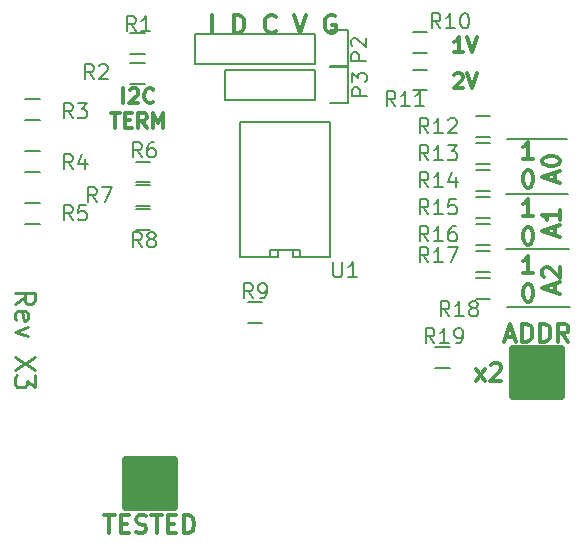
<source format=gto>
G04 #@! TF.FileFunction,Legend,Top*
%FSLAX46Y46*%
G04 Gerber Fmt 4.6, Leading zero omitted, Abs format (unit mm)*
G04 Created by KiCad (PCBNEW (after 2015-mar-04 BZR unknown)-product) date 7/17/2015 7:44:50 PM*
%MOMM*%
G01*
G04 APERTURE LIST*
%ADD10C,0.150000*%
%ADD11C,0.300000*%
%ADD12C,0.200000*%
%ADD13C,0.222250*%
%ADD14C,0.650000*%
%ADD15C,0.304800*%
G04 APERTURE END LIST*
D10*
D11*
X135544858Y-99738571D02*
X136330572Y-98738571D01*
X135544858Y-98738571D02*
X136330572Y-99738571D01*
X136830572Y-98381429D02*
X136902001Y-98310000D01*
X137044858Y-98238571D01*
X137402001Y-98238571D01*
X137544858Y-98310000D01*
X137616287Y-98381429D01*
X137687715Y-98524286D01*
X137687715Y-98667143D01*
X137616287Y-98881429D01*
X136759144Y-99738571D01*
X137687715Y-99738571D01*
D12*
X138176000Y-93472000D02*
X143510000Y-93472000D01*
D11*
X105694238Y-76243524D02*
X105694238Y-74973524D01*
X106238524Y-75094476D02*
X106299000Y-75034000D01*
X106419952Y-74973524D01*
X106722333Y-74973524D01*
X106843286Y-75034000D01*
X106903762Y-75094476D01*
X106964238Y-75215429D01*
X106964238Y-75336381D01*
X106903762Y-75517810D01*
X106178048Y-76243524D01*
X106964238Y-76243524D01*
X108234238Y-76122571D02*
X108173762Y-76183048D01*
X107992333Y-76243524D01*
X107871381Y-76243524D01*
X107689953Y-76183048D01*
X107569000Y-76062095D01*
X107508524Y-75941143D01*
X107448048Y-75699238D01*
X107448048Y-75517810D01*
X107508524Y-75275905D01*
X107569000Y-75154952D01*
X107689953Y-75034000D01*
X107871381Y-74973524D01*
X107992333Y-74973524D01*
X108173762Y-75034000D01*
X108234238Y-75094476D01*
X104635904Y-77051524D02*
X105361619Y-77051524D01*
X104998762Y-78321524D02*
X104998762Y-77051524D01*
X105784952Y-77656286D02*
X106208285Y-77656286D01*
X106389714Y-78321524D02*
X105784952Y-78321524D01*
X105784952Y-77051524D01*
X106389714Y-77051524D01*
X107659714Y-78321524D02*
X107236381Y-77716762D01*
X106934000Y-78321524D02*
X106934000Y-77051524D01*
X107417809Y-77051524D01*
X107538762Y-77112000D01*
X107599238Y-77172476D01*
X107659714Y-77293429D01*
X107659714Y-77474857D01*
X107599238Y-77595810D01*
X107538762Y-77656286D01*
X107417809Y-77716762D01*
X106934000Y-77716762D01*
X108204000Y-78321524D02*
X108204000Y-77051524D01*
X108627333Y-77958667D01*
X109050667Y-77051524D01*
X109050667Y-78321524D01*
X134438572Y-71948524D02*
X133712858Y-71948524D01*
X134075715Y-71948524D02*
X134075715Y-70678524D01*
X133954763Y-70859952D01*
X133833810Y-70980905D01*
X133712858Y-71041381D01*
X134801429Y-70678524D02*
X135224763Y-71948524D01*
X135648096Y-70678524D01*
X133712858Y-73847476D02*
X133773334Y-73787000D01*
X133894286Y-73726524D01*
X134196667Y-73726524D01*
X134317620Y-73787000D01*
X134378096Y-73847476D01*
X134438572Y-73968429D01*
X134438572Y-74089381D01*
X134378096Y-74270810D01*
X133652382Y-74996524D01*
X134438572Y-74996524D01*
X134801429Y-73726524D02*
X135224763Y-74996524D01*
X135648096Y-73726524D01*
D12*
X138176000Y-79248000D02*
X143256000Y-79248000D01*
D11*
X140382572Y-81012571D02*
X139525429Y-81012571D01*
X139954001Y-81012571D02*
X139954001Y-79512571D01*
X139811144Y-79726857D01*
X139668286Y-79869714D01*
X139525429Y-79941143D01*
X139882572Y-81912571D02*
X140025429Y-81912571D01*
X140168286Y-81984000D01*
X140239715Y-82055429D01*
X140311144Y-82198286D01*
X140382572Y-82484000D01*
X140382572Y-82841143D01*
X140311144Y-83126857D01*
X140239715Y-83269714D01*
X140168286Y-83341143D01*
X140025429Y-83412571D01*
X139882572Y-83412571D01*
X139739715Y-83341143D01*
X139668286Y-83269714D01*
X139596858Y-83126857D01*
X139525429Y-82841143D01*
X139525429Y-82484000D01*
X139596858Y-82198286D01*
X139668286Y-82055429D01*
X139739715Y-81984000D01*
X139882572Y-81912571D01*
D12*
X138054000Y-88570000D02*
X143454000Y-88570000D01*
X138054000Y-83970000D02*
X143354000Y-83970000D01*
D11*
X142236000Y-92257428D02*
X142236000Y-91543142D01*
X142664571Y-92400285D02*
X141164571Y-91900285D01*
X142664571Y-91400285D01*
X141307429Y-90971714D02*
X141236000Y-90900285D01*
X141164571Y-90757428D01*
X141164571Y-90400285D01*
X141236000Y-90257428D01*
X141307429Y-90185999D01*
X141450286Y-90114571D01*
X141593143Y-90114571D01*
X141807429Y-90185999D01*
X142664571Y-91043142D01*
X142664571Y-90114571D01*
X142236000Y-87431428D02*
X142236000Y-86717142D01*
X142664571Y-87574285D02*
X141164571Y-87074285D01*
X142664571Y-86574285D01*
X142664571Y-85288571D02*
X142664571Y-86145714D01*
X142664571Y-85717142D02*
X141164571Y-85717142D01*
X141378857Y-85859999D01*
X141521714Y-86002857D01*
X141593143Y-86145714D01*
X142236000Y-82859428D02*
X142236000Y-82145142D01*
X142664571Y-83002285D02*
X141164571Y-82502285D01*
X142664571Y-82002285D01*
X141164571Y-81216571D02*
X141164571Y-81073714D01*
X141236000Y-80930857D01*
X141307429Y-80859428D01*
X141450286Y-80787999D01*
X141736000Y-80716571D01*
X142093143Y-80716571D01*
X142378857Y-80787999D01*
X142521714Y-80859428D01*
X142593143Y-80930857D01*
X142664571Y-81073714D01*
X142664571Y-81216571D01*
X142593143Y-81359428D01*
X142521714Y-81430857D01*
X142378857Y-81502285D01*
X142093143Y-81573714D01*
X141736000Y-81573714D01*
X141450286Y-81502285D01*
X141307429Y-81430857D01*
X141236000Y-81359428D01*
X141164571Y-81216571D01*
X140382572Y-90664571D02*
X139525429Y-90664571D01*
X139954001Y-90664571D02*
X139954001Y-89164571D01*
X139811144Y-89378857D01*
X139668286Y-89521714D01*
X139525429Y-89593143D01*
X139882572Y-91564571D02*
X140025429Y-91564571D01*
X140168286Y-91636000D01*
X140239715Y-91707429D01*
X140311144Y-91850286D01*
X140382572Y-92136000D01*
X140382572Y-92493143D01*
X140311144Y-92778857D01*
X140239715Y-92921714D01*
X140168286Y-92993143D01*
X140025429Y-93064571D01*
X139882572Y-93064571D01*
X139739715Y-92993143D01*
X139668286Y-92921714D01*
X139596858Y-92778857D01*
X139525429Y-92493143D01*
X139525429Y-92136000D01*
X139596858Y-91850286D01*
X139668286Y-91707429D01*
X139739715Y-91636000D01*
X139882572Y-91564571D01*
X140382572Y-85838571D02*
X139525429Y-85838571D01*
X139954001Y-85838571D02*
X139954001Y-84338571D01*
X139811144Y-84552857D01*
X139668286Y-84695714D01*
X139525429Y-84767143D01*
X139882572Y-86738571D02*
X140025429Y-86738571D01*
X140168286Y-86810000D01*
X140239715Y-86881429D01*
X140311144Y-87024286D01*
X140382572Y-87310000D01*
X140382572Y-87667143D01*
X140311144Y-87952857D01*
X140239715Y-88095714D01*
X140168286Y-88167143D01*
X140025429Y-88238571D01*
X139882572Y-88238571D01*
X139739715Y-88167143D01*
X139668286Y-88095714D01*
X139596858Y-87952857D01*
X139525429Y-87667143D01*
X139525429Y-87310000D01*
X139596858Y-87024286D01*
X139668286Y-86881429D01*
X139739715Y-86810000D01*
X139882572Y-86738571D01*
X113221429Y-70278571D02*
X113221429Y-68778571D01*
X115078572Y-70278571D02*
X115078572Y-68778571D01*
X115435715Y-68778571D01*
X115650000Y-68850000D01*
X115792858Y-68992857D01*
X115864286Y-69135714D01*
X115935715Y-69421429D01*
X115935715Y-69635714D01*
X115864286Y-69921429D01*
X115792858Y-70064286D01*
X115650000Y-70207143D01*
X115435715Y-70278571D01*
X115078572Y-70278571D01*
X118578572Y-70135714D02*
X118507143Y-70207143D01*
X118292857Y-70278571D01*
X118150000Y-70278571D01*
X117935715Y-70207143D01*
X117792857Y-70064286D01*
X117721429Y-69921429D01*
X117650000Y-69635714D01*
X117650000Y-69421429D01*
X117721429Y-69135714D01*
X117792857Y-68992857D01*
X117935715Y-68850000D01*
X118150000Y-68778571D01*
X118292857Y-68778571D01*
X118507143Y-68850000D01*
X118578572Y-68921429D01*
X120150000Y-68778571D02*
X120650000Y-70278571D01*
X121150000Y-68778571D01*
X123578571Y-68850000D02*
X123435714Y-68778571D01*
X123221428Y-68778571D01*
X123007143Y-68850000D01*
X122864285Y-68992857D01*
X122792857Y-69135714D01*
X122721428Y-69421429D01*
X122721428Y-69635714D01*
X122792857Y-69921429D01*
X122864285Y-70064286D01*
X123007143Y-70207143D01*
X123221428Y-70278571D01*
X123364285Y-70278571D01*
X123578571Y-70207143D01*
X123650000Y-70135714D01*
X123650000Y-69635714D01*
X123364285Y-69635714D01*
D13*
X96535119Y-93239167D02*
X97321310Y-92688833D01*
X96535119Y-92295738D02*
X98186119Y-92295738D01*
X98186119Y-92924691D01*
X98107500Y-93081929D01*
X98028881Y-93160548D01*
X97871643Y-93239167D01*
X97635786Y-93239167D01*
X97478548Y-93160548D01*
X97399929Y-93081929D01*
X97321310Y-92924691D01*
X97321310Y-92295738D01*
X96613738Y-94575691D02*
X96535119Y-94418453D01*
X96535119Y-94103976D01*
X96613738Y-93946738D01*
X96770976Y-93868119D01*
X97399929Y-93868119D01*
X97557167Y-93946738D01*
X97635786Y-94103976D01*
X97635786Y-94418453D01*
X97557167Y-94575691D01*
X97399929Y-94654310D01*
X97242690Y-94654310D01*
X97085452Y-93868119D01*
X97635786Y-95204643D02*
X96535119Y-95597738D01*
X97635786Y-95990834D01*
X98186119Y-97720453D02*
X96535119Y-98821120D01*
X98186119Y-98821120D02*
X96535119Y-97720453D01*
X98186119Y-99292834D02*
X98186119Y-100314882D01*
X97557167Y-99764548D01*
X97557167Y-100000406D01*
X97478548Y-100157644D01*
X97399929Y-100236263D01*
X97242690Y-100314882D01*
X96849595Y-100314882D01*
X96692357Y-100236263D01*
X96613738Y-100157644D01*
X96535119Y-100000406D01*
X96535119Y-99528691D01*
X96613738Y-99371453D01*
X96692357Y-99292834D01*
D10*
X130210000Y-70245000D02*
X131410000Y-70245000D01*
X131410000Y-71995000D02*
X130210000Y-71995000D01*
X130210000Y-73420000D02*
X131410000Y-73420000D01*
X131410000Y-75170000D02*
X130210000Y-75170000D01*
X123190000Y-70078000D02*
X124740000Y-70078000D01*
X124740000Y-70078000D02*
X124740000Y-73178000D01*
X124740000Y-73178000D02*
X123190000Y-73178000D01*
X121920000Y-72898000D02*
X111760000Y-72898000D01*
X111760000Y-72898000D02*
X111760000Y-70358000D01*
X111760000Y-70358000D02*
X121920000Y-70358000D01*
X121920000Y-72898000D02*
X121920000Y-70358000D01*
X135544000Y-77357000D02*
X136744000Y-77357000D01*
X136744000Y-79107000D02*
X135544000Y-79107000D01*
X135544000Y-79643000D02*
X136744000Y-79643000D01*
X136744000Y-81393000D02*
X135544000Y-81393000D01*
X135544000Y-84215000D02*
X136744000Y-84215000D01*
X136744000Y-85965000D02*
X135544000Y-85965000D01*
X135544000Y-88787000D02*
X136744000Y-88787000D01*
X136744000Y-90537000D02*
X135544000Y-90537000D01*
X107484000Y-72055000D02*
X106284000Y-72055000D01*
X106284000Y-70305000D02*
X107484000Y-70305000D01*
X107484000Y-74595000D02*
X106284000Y-74595000D01*
X106284000Y-72845000D02*
X107484000Y-72845000D01*
X97400000Y-84725000D02*
X98600000Y-84725000D01*
X98600000Y-86475000D02*
X97400000Y-86475000D01*
X97400000Y-80325000D02*
X98600000Y-80325000D01*
X98600000Y-82075000D02*
X97400000Y-82075000D01*
X97400000Y-75925000D02*
X98600000Y-75925000D01*
X98600000Y-77675000D02*
X97400000Y-77675000D01*
X107940000Y-82945000D02*
X106740000Y-82945000D01*
X106740000Y-81195000D02*
X107940000Y-81195000D01*
X107940000Y-84945000D02*
X106740000Y-84945000D01*
X106740000Y-83195000D02*
X107940000Y-83195000D01*
X107940000Y-86945000D02*
X106740000Y-86945000D01*
X106740000Y-85195000D02*
X107940000Y-85195000D01*
X117440000Y-94855000D02*
X116240000Y-94855000D01*
X116240000Y-93105000D02*
X117440000Y-93105000D01*
X132115000Y-96915000D02*
X133315000Y-96915000D01*
X133315000Y-98665000D02*
X132115000Y-98665000D01*
X136744000Y-83679000D02*
X135544000Y-83679000D01*
X135544000Y-81929000D02*
X136744000Y-81929000D01*
X136744000Y-88251000D02*
X135544000Y-88251000D01*
X135544000Y-86501000D02*
X136744000Y-86501000D01*
X136744000Y-92823000D02*
X135544000Y-92823000D01*
X135544000Y-91073000D02*
X136744000Y-91073000D01*
X120650000Y-89281000D02*
X120015000Y-89281000D01*
X120015000Y-89281000D02*
X120015000Y-88646000D01*
X120015000Y-88646000D02*
X118745000Y-88646000D01*
X118745000Y-88646000D02*
X118745000Y-89281000D01*
X118745000Y-89281000D02*
X118110000Y-89281000D01*
X115570000Y-89281000D02*
X115570000Y-77851000D01*
X115570000Y-77851000D02*
X123190000Y-77851000D01*
X123190000Y-77851000D02*
X123190000Y-89281000D01*
X123190000Y-89281000D02*
X120650000Y-89281000D01*
X120650000Y-89281000D02*
X120650000Y-88646000D01*
X120650000Y-88646000D02*
X118110000Y-88646000D01*
X118110000Y-88646000D02*
X118110000Y-89281000D01*
X118110000Y-89281000D02*
X115570000Y-89281000D01*
X121920000Y-73406000D02*
X114300000Y-73406000D01*
X121920000Y-75946000D02*
X114300000Y-75946000D01*
X124740000Y-76226000D02*
X123190000Y-76226000D01*
X114300000Y-73406000D02*
X114300000Y-75946000D01*
X121920000Y-75946000D02*
X121920000Y-73406000D01*
X123190000Y-73126000D02*
X124740000Y-73126000D01*
X124740000Y-73126000D02*
X124740000Y-76226000D01*
D14*
X105950000Y-110458000D02*
X109950000Y-110458000D01*
X109950000Y-110458000D02*
X109950000Y-106458000D01*
X109950000Y-106458000D02*
X105950000Y-106458000D01*
X105950000Y-106458000D02*
X105950000Y-110458000D01*
X105950000Y-110458000D02*
X105950000Y-109958000D01*
X105950000Y-109958000D02*
X109950000Y-109958000D01*
X109950000Y-109958000D02*
X109950000Y-109458000D01*
X109950000Y-109458000D02*
X105950000Y-109458000D01*
X105950000Y-109458000D02*
X105950000Y-108958000D01*
X105950000Y-108958000D02*
X109950000Y-108958000D01*
X109950000Y-108958000D02*
X109950000Y-108458000D01*
X109950000Y-108458000D02*
X105950000Y-108458000D01*
X105950000Y-108458000D02*
X105950000Y-107958000D01*
X105950000Y-107958000D02*
X109450000Y-107958000D01*
X109450000Y-107958000D02*
X109950000Y-107958000D01*
X109950000Y-107958000D02*
X109950000Y-107458000D01*
X109950000Y-107458000D02*
X105950000Y-107458000D01*
X105950000Y-107458000D02*
X105950000Y-106958000D01*
X105950000Y-106958000D02*
X109950000Y-106958000D01*
X138716000Y-101060000D02*
X142716000Y-101060000D01*
X142716000Y-101060000D02*
X142716000Y-97060000D01*
X142716000Y-97060000D02*
X138716000Y-97060000D01*
X138716000Y-97060000D02*
X138716000Y-101060000D01*
X138716000Y-101060000D02*
X138716000Y-100560000D01*
X138716000Y-100560000D02*
X142716000Y-100560000D01*
X142716000Y-100560000D02*
X142716000Y-100060000D01*
X142716000Y-100060000D02*
X138716000Y-100060000D01*
X138716000Y-100060000D02*
X138716000Y-99560000D01*
X138716000Y-99560000D02*
X142716000Y-99560000D01*
X142716000Y-99560000D02*
X142716000Y-99060000D01*
X142716000Y-99060000D02*
X138716000Y-99060000D01*
X138716000Y-99060000D02*
X138716000Y-98560000D01*
X138716000Y-98560000D02*
X142216000Y-98560000D01*
X142216000Y-98560000D02*
X142716000Y-98560000D01*
X142716000Y-98560000D02*
X142716000Y-98060000D01*
X142716000Y-98060000D02*
X138716000Y-98060000D01*
X138716000Y-98060000D02*
X138716000Y-97560000D01*
X138716000Y-97560000D02*
X142716000Y-97560000D01*
D10*
X132533571Y-69916524D02*
X132110238Y-69311762D01*
X131807857Y-69916524D02*
X131807857Y-68646524D01*
X132291666Y-68646524D01*
X132412619Y-68707000D01*
X132473095Y-68767476D01*
X132533571Y-68888429D01*
X132533571Y-69069857D01*
X132473095Y-69190810D01*
X132412619Y-69251286D01*
X132291666Y-69311762D01*
X131807857Y-69311762D01*
X133743095Y-69916524D02*
X133017381Y-69916524D01*
X133380238Y-69916524D02*
X133380238Y-68646524D01*
X133259286Y-68827952D01*
X133138333Y-68948905D01*
X133017381Y-69009381D01*
X134529286Y-68646524D02*
X134650238Y-68646524D01*
X134771190Y-68707000D01*
X134831667Y-68767476D01*
X134892143Y-68888429D01*
X134952619Y-69130333D01*
X134952619Y-69432714D01*
X134892143Y-69674619D01*
X134831667Y-69795571D01*
X134771190Y-69856048D01*
X134650238Y-69916524D01*
X134529286Y-69916524D01*
X134408333Y-69856048D01*
X134347857Y-69795571D01*
X134287381Y-69674619D01*
X134226905Y-69432714D01*
X134226905Y-69130333D01*
X134287381Y-68888429D01*
X134347857Y-68767476D01*
X134408333Y-68707000D01*
X134529286Y-68646524D01*
X128723571Y-76520524D02*
X128300238Y-75915762D01*
X127997857Y-76520524D02*
X127997857Y-75250524D01*
X128481666Y-75250524D01*
X128602619Y-75311000D01*
X128663095Y-75371476D01*
X128723571Y-75492429D01*
X128723571Y-75673857D01*
X128663095Y-75794810D01*
X128602619Y-75855286D01*
X128481666Y-75915762D01*
X127997857Y-75915762D01*
X129933095Y-76520524D02*
X129207381Y-76520524D01*
X129570238Y-76520524D02*
X129570238Y-75250524D01*
X129449286Y-75431952D01*
X129328333Y-75552905D01*
X129207381Y-75613381D01*
X131142619Y-76520524D02*
X130416905Y-76520524D01*
X130779762Y-76520524D02*
X130779762Y-75250524D01*
X130658810Y-75431952D01*
X130537857Y-75552905D01*
X130416905Y-75613381D01*
X126214524Y-72647381D02*
X124944524Y-72647381D01*
X124944524Y-72163572D01*
X125005000Y-72042619D01*
X125065476Y-71982143D01*
X125186429Y-71921667D01*
X125367857Y-71921667D01*
X125488810Y-71982143D01*
X125549286Y-72042619D01*
X125609762Y-72163572D01*
X125609762Y-72647381D01*
X125065476Y-71437857D02*
X125005000Y-71377381D01*
X124944524Y-71256429D01*
X124944524Y-70954048D01*
X125005000Y-70833095D01*
X125065476Y-70772619D01*
X125186429Y-70712143D01*
X125307381Y-70712143D01*
X125488810Y-70772619D01*
X126214524Y-71498333D01*
X126214524Y-70712143D01*
X131517571Y-78806524D02*
X131094238Y-78201762D01*
X130791857Y-78806524D02*
X130791857Y-77536524D01*
X131275666Y-77536524D01*
X131396619Y-77597000D01*
X131457095Y-77657476D01*
X131517571Y-77778429D01*
X131517571Y-77959857D01*
X131457095Y-78080810D01*
X131396619Y-78141286D01*
X131275666Y-78201762D01*
X130791857Y-78201762D01*
X132727095Y-78806524D02*
X132001381Y-78806524D01*
X132364238Y-78806524D02*
X132364238Y-77536524D01*
X132243286Y-77717952D01*
X132122333Y-77838905D01*
X132001381Y-77899381D01*
X133210905Y-77657476D02*
X133271381Y-77597000D01*
X133392333Y-77536524D01*
X133694714Y-77536524D01*
X133815667Y-77597000D01*
X133876143Y-77657476D01*
X133936619Y-77778429D01*
X133936619Y-77899381D01*
X133876143Y-78080810D01*
X133150429Y-78806524D01*
X133936619Y-78806524D01*
X131517571Y-81092524D02*
X131094238Y-80487762D01*
X130791857Y-81092524D02*
X130791857Y-79822524D01*
X131275666Y-79822524D01*
X131396619Y-79883000D01*
X131457095Y-79943476D01*
X131517571Y-80064429D01*
X131517571Y-80245857D01*
X131457095Y-80366810D01*
X131396619Y-80427286D01*
X131275666Y-80487762D01*
X130791857Y-80487762D01*
X132727095Y-81092524D02*
X132001381Y-81092524D01*
X132364238Y-81092524D02*
X132364238Y-79822524D01*
X132243286Y-80003952D01*
X132122333Y-80124905D01*
X132001381Y-80185381D01*
X133150429Y-79822524D02*
X133936619Y-79822524D01*
X133513286Y-80306333D01*
X133694714Y-80306333D01*
X133815667Y-80366810D01*
X133876143Y-80427286D01*
X133936619Y-80548238D01*
X133936619Y-80850619D01*
X133876143Y-80971571D01*
X133815667Y-81032048D01*
X133694714Y-81092524D01*
X133331857Y-81092524D01*
X133210905Y-81032048D01*
X133150429Y-80971571D01*
X131517571Y-85664524D02*
X131094238Y-85059762D01*
X130791857Y-85664524D02*
X130791857Y-84394524D01*
X131275666Y-84394524D01*
X131396619Y-84455000D01*
X131457095Y-84515476D01*
X131517571Y-84636429D01*
X131517571Y-84817857D01*
X131457095Y-84938810D01*
X131396619Y-84999286D01*
X131275666Y-85059762D01*
X130791857Y-85059762D01*
X132727095Y-85664524D02*
X132001381Y-85664524D01*
X132364238Y-85664524D02*
X132364238Y-84394524D01*
X132243286Y-84575952D01*
X132122333Y-84696905D01*
X132001381Y-84757381D01*
X133876143Y-84394524D02*
X133271381Y-84394524D01*
X133210905Y-84999286D01*
X133271381Y-84938810D01*
X133392333Y-84878333D01*
X133694714Y-84878333D01*
X133815667Y-84938810D01*
X133876143Y-84999286D01*
X133936619Y-85120238D01*
X133936619Y-85422619D01*
X133876143Y-85543571D01*
X133815667Y-85604048D01*
X133694714Y-85664524D01*
X133392333Y-85664524D01*
X133271381Y-85604048D01*
X133210905Y-85543571D01*
X131517571Y-89728524D02*
X131094238Y-89123762D01*
X130791857Y-89728524D02*
X130791857Y-88458524D01*
X131275666Y-88458524D01*
X131396619Y-88519000D01*
X131457095Y-88579476D01*
X131517571Y-88700429D01*
X131517571Y-88881857D01*
X131457095Y-89002810D01*
X131396619Y-89063286D01*
X131275666Y-89123762D01*
X130791857Y-89123762D01*
X132727095Y-89728524D02*
X132001381Y-89728524D01*
X132364238Y-89728524D02*
X132364238Y-88458524D01*
X132243286Y-88639952D01*
X132122333Y-88760905D01*
X132001381Y-88821381D01*
X133150429Y-88458524D02*
X133997095Y-88458524D01*
X133452810Y-89728524D01*
X106722333Y-70170524D02*
X106299000Y-69565762D01*
X105996619Y-70170524D02*
X105996619Y-68900524D01*
X106480428Y-68900524D01*
X106601381Y-68961000D01*
X106661857Y-69021476D01*
X106722333Y-69142429D01*
X106722333Y-69323857D01*
X106661857Y-69444810D01*
X106601381Y-69505286D01*
X106480428Y-69565762D01*
X105996619Y-69565762D01*
X107931857Y-70170524D02*
X107206143Y-70170524D01*
X107569000Y-70170524D02*
X107569000Y-68900524D01*
X107448048Y-69081952D01*
X107327095Y-69202905D01*
X107206143Y-69263381D01*
X103166333Y-74234524D02*
X102743000Y-73629762D01*
X102440619Y-74234524D02*
X102440619Y-72964524D01*
X102924428Y-72964524D01*
X103045381Y-73025000D01*
X103105857Y-73085476D01*
X103166333Y-73206429D01*
X103166333Y-73387857D01*
X103105857Y-73508810D01*
X103045381Y-73569286D01*
X102924428Y-73629762D01*
X102440619Y-73629762D01*
X103650143Y-73085476D02*
X103710619Y-73025000D01*
X103831571Y-72964524D01*
X104133952Y-72964524D01*
X104254905Y-73025000D01*
X104315381Y-73085476D01*
X104375857Y-73206429D01*
X104375857Y-73327381D01*
X104315381Y-73508810D01*
X103589667Y-74234524D01*
X104375857Y-74234524D01*
X101388333Y-86172524D02*
X100965000Y-85567762D01*
X100662619Y-86172524D02*
X100662619Y-84902524D01*
X101146428Y-84902524D01*
X101267381Y-84963000D01*
X101327857Y-85023476D01*
X101388333Y-85144429D01*
X101388333Y-85325857D01*
X101327857Y-85446810D01*
X101267381Y-85507286D01*
X101146428Y-85567762D01*
X100662619Y-85567762D01*
X102537381Y-84902524D02*
X101932619Y-84902524D01*
X101872143Y-85507286D01*
X101932619Y-85446810D01*
X102053571Y-85386333D01*
X102355952Y-85386333D01*
X102476905Y-85446810D01*
X102537381Y-85507286D01*
X102597857Y-85628238D01*
X102597857Y-85930619D01*
X102537381Y-86051571D01*
X102476905Y-86112048D01*
X102355952Y-86172524D01*
X102053571Y-86172524D01*
X101932619Y-86112048D01*
X101872143Y-86051571D01*
X101388333Y-81854524D02*
X100965000Y-81249762D01*
X100662619Y-81854524D02*
X100662619Y-80584524D01*
X101146428Y-80584524D01*
X101267381Y-80645000D01*
X101327857Y-80705476D01*
X101388333Y-80826429D01*
X101388333Y-81007857D01*
X101327857Y-81128810D01*
X101267381Y-81189286D01*
X101146428Y-81249762D01*
X100662619Y-81249762D01*
X102476905Y-81007857D02*
X102476905Y-81854524D01*
X102174524Y-80524048D02*
X101872143Y-81431190D01*
X102658333Y-81431190D01*
X101388333Y-77536524D02*
X100965000Y-76931762D01*
X100662619Y-77536524D02*
X100662619Y-76266524D01*
X101146428Y-76266524D01*
X101267381Y-76327000D01*
X101327857Y-76387476D01*
X101388333Y-76508429D01*
X101388333Y-76689857D01*
X101327857Y-76810810D01*
X101267381Y-76871286D01*
X101146428Y-76931762D01*
X100662619Y-76931762D01*
X101811667Y-76266524D02*
X102597857Y-76266524D01*
X102174524Y-76750333D01*
X102355952Y-76750333D01*
X102476905Y-76810810D01*
X102537381Y-76871286D01*
X102597857Y-76992238D01*
X102597857Y-77294619D01*
X102537381Y-77415571D01*
X102476905Y-77476048D01*
X102355952Y-77536524D01*
X101993095Y-77536524D01*
X101872143Y-77476048D01*
X101811667Y-77415571D01*
X107230333Y-80838524D02*
X106807000Y-80233762D01*
X106504619Y-80838524D02*
X106504619Y-79568524D01*
X106988428Y-79568524D01*
X107109381Y-79629000D01*
X107169857Y-79689476D01*
X107230333Y-79810429D01*
X107230333Y-79991857D01*
X107169857Y-80112810D01*
X107109381Y-80173286D01*
X106988428Y-80233762D01*
X106504619Y-80233762D01*
X108318905Y-79568524D02*
X108077000Y-79568524D01*
X107956048Y-79629000D01*
X107895571Y-79689476D01*
X107774619Y-79870905D01*
X107714143Y-80112810D01*
X107714143Y-80596619D01*
X107774619Y-80717571D01*
X107835095Y-80778048D01*
X107956048Y-80838524D01*
X108197952Y-80838524D01*
X108318905Y-80778048D01*
X108379381Y-80717571D01*
X108439857Y-80596619D01*
X108439857Y-80294238D01*
X108379381Y-80173286D01*
X108318905Y-80112810D01*
X108197952Y-80052333D01*
X107956048Y-80052333D01*
X107835095Y-80112810D01*
X107774619Y-80173286D01*
X107714143Y-80294238D01*
X103420333Y-84648524D02*
X102997000Y-84043762D01*
X102694619Y-84648524D02*
X102694619Y-83378524D01*
X103178428Y-83378524D01*
X103299381Y-83439000D01*
X103359857Y-83499476D01*
X103420333Y-83620429D01*
X103420333Y-83801857D01*
X103359857Y-83922810D01*
X103299381Y-83983286D01*
X103178428Y-84043762D01*
X102694619Y-84043762D01*
X103843667Y-83378524D02*
X104690333Y-83378524D01*
X104146048Y-84648524D01*
X107230333Y-88458524D02*
X106807000Y-87853762D01*
X106504619Y-88458524D02*
X106504619Y-87188524D01*
X106988428Y-87188524D01*
X107109381Y-87249000D01*
X107169857Y-87309476D01*
X107230333Y-87430429D01*
X107230333Y-87611857D01*
X107169857Y-87732810D01*
X107109381Y-87793286D01*
X106988428Y-87853762D01*
X106504619Y-87853762D01*
X107956048Y-87732810D02*
X107835095Y-87672333D01*
X107774619Y-87611857D01*
X107714143Y-87490905D01*
X107714143Y-87430429D01*
X107774619Y-87309476D01*
X107835095Y-87249000D01*
X107956048Y-87188524D01*
X108197952Y-87188524D01*
X108318905Y-87249000D01*
X108379381Y-87309476D01*
X108439857Y-87430429D01*
X108439857Y-87490905D01*
X108379381Y-87611857D01*
X108318905Y-87672333D01*
X108197952Y-87732810D01*
X107956048Y-87732810D01*
X107835095Y-87793286D01*
X107774619Y-87853762D01*
X107714143Y-87974714D01*
X107714143Y-88216619D01*
X107774619Y-88337571D01*
X107835095Y-88398048D01*
X107956048Y-88458524D01*
X108197952Y-88458524D01*
X108318905Y-88398048D01*
X108379381Y-88337571D01*
X108439857Y-88216619D01*
X108439857Y-87974714D01*
X108379381Y-87853762D01*
X108318905Y-87793286D01*
X108197952Y-87732810D01*
X116628333Y-92776524D02*
X116205000Y-92171762D01*
X115902619Y-92776524D02*
X115902619Y-91506524D01*
X116386428Y-91506524D01*
X116507381Y-91567000D01*
X116567857Y-91627476D01*
X116628333Y-91748429D01*
X116628333Y-91929857D01*
X116567857Y-92050810D01*
X116507381Y-92111286D01*
X116386428Y-92171762D01*
X115902619Y-92171762D01*
X117233095Y-92776524D02*
X117475000Y-92776524D01*
X117595952Y-92716048D01*
X117656428Y-92655571D01*
X117777381Y-92474143D01*
X117837857Y-92232238D01*
X117837857Y-91748429D01*
X117777381Y-91627476D01*
X117716905Y-91567000D01*
X117595952Y-91506524D01*
X117354048Y-91506524D01*
X117233095Y-91567000D01*
X117172619Y-91627476D01*
X117112143Y-91748429D01*
X117112143Y-92050810D01*
X117172619Y-92171762D01*
X117233095Y-92232238D01*
X117354048Y-92292714D01*
X117595952Y-92292714D01*
X117716905Y-92232238D01*
X117777381Y-92171762D01*
X117837857Y-92050810D01*
X132025571Y-96586524D02*
X131602238Y-95981762D01*
X131299857Y-96586524D02*
X131299857Y-95316524D01*
X131783666Y-95316524D01*
X131904619Y-95377000D01*
X131965095Y-95437476D01*
X132025571Y-95558429D01*
X132025571Y-95739857D01*
X131965095Y-95860810D01*
X131904619Y-95921286D01*
X131783666Y-95981762D01*
X131299857Y-95981762D01*
X133235095Y-96586524D02*
X132509381Y-96586524D01*
X132872238Y-96586524D02*
X132872238Y-95316524D01*
X132751286Y-95497952D01*
X132630333Y-95618905D01*
X132509381Y-95679381D01*
X133839857Y-96586524D02*
X134081762Y-96586524D01*
X134202714Y-96526048D01*
X134263190Y-96465571D01*
X134384143Y-96284143D01*
X134444619Y-96042238D01*
X134444619Y-95558429D01*
X134384143Y-95437476D01*
X134323667Y-95377000D01*
X134202714Y-95316524D01*
X133960810Y-95316524D01*
X133839857Y-95377000D01*
X133779381Y-95437476D01*
X133718905Y-95558429D01*
X133718905Y-95860810D01*
X133779381Y-95981762D01*
X133839857Y-96042238D01*
X133960810Y-96102714D01*
X134202714Y-96102714D01*
X134323667Y-96042238D01*
X134384143Y-95981762D01*
X134444619Y-95860810D01*
X131517571Y-83378524D02*
X131094238Y-82773762D01*
X130791857Y-83378524D02*
X130791857Y-82108524D01*
X131275666Y-82108524D01*
X131396619Y-82169000D01*
X131457095Y-82229476D01*
X131517571Y-82350429D01*
X131517571Y-82531857D01*
X131457095Y-82652810D01*
X131396619Y-82713286D01*
X131275666Y-82773762D01*
X130791857Y-82773762D01*
X132727095Y-83378524D02*
X132001381Y-83378524D01*
X132364238Y-83378524D02*
X132364238Y-82108524D01*
X132243286Y-82289952D01*
X132122333Y-82410905D01*
X132001381Y-82471381D01*
X133815667Y-82531857D02*
X133815667Y-83378524D01*
X133513286Y-82048048D02*
X133210905Y-82955190D01*
X133997095Y-82955190D01*
X131517571Y-87950524D02*
X131094238Y-87345762D01*
X130791857Y-87950524D02*
X130791857Y-86680524D01*
X131275666Y-86680524D01*
X131396619Y-86741000D01*
X131457095Y-86801476D01*
X131517571Y-86922429D01*
X131517571Y-87103857D01*
X131457095Y-87224810D01*
X131396619Y-87285286D01*
X131275666Y-87345762D01*
X130791857Y-87345762D01*
X132727095Y-87950524D02*
X132001381Y-87950524D01*
X132364238Y-87950524D02*
X132364238Y-86680524D01*
X132243286Y-86861952D01*
X132122333Y-86982905D01*
X132001381Y-87043381D01*
X133815667Y-86680524D02*
X133573762Y-86680524D01*
X133452810Y-86741000D01*
X133392333Y-86801476D01*
X133271381Y-86982905D01*
X133210905Y-87224810D01*
X133210905Y-87708619D01*
X133271381Y-87829571D01*
X133331857Y-87890048D01*
X133452810Y-87950524D01*
X133694714Y-87950524D01*
X133815667Y-87890048D01*
X133876143Y-87829571D01*
X133936619Y-87708619D01*
X133936619Y-87406238D01*
X133876143Y-87285286D01*
X133815667Y-87224810D01*
X133694714Y-87164333D01*
X133452810Y-87164333D01*
X133331857Y-87224810D01*
X133271381Y-87285286D01*
X133210905Y-87406238D01*
X133295571Y-94300524D02*
X132872238Y-93695762D01*
X132569857Y-94300524D02*
X132569857Y-93030524D01*
X133053666Y-93030524D01*
X133174619Y-93091000D01*
X133235095Y-93151476D01*
X133295571Y-93272429D01*
X133295571Y-93453857D01*
X133235095Y-93574810D01*
X133174619Y-93635286D01*
X133053666Y-93695762D01*
X132569857Y-93695762D01*
X134505095Y-94300524D02*
X133779381Y-94300524D01*
X134142238Y-94300524D02*
X134142238Y-93030524D01*
X134021286Y-93211952D01*
X133900333Y-93332905D01*
X133779381Y-93393381D01*
X135230810Y-93574810D02*
X135109857Y-93514333D01*
X135049381Y-93453857D01*
X134988905Y-93332905D01*
X134988905Y-93272429D01*
X135049381Y-93151476D01*
X135109857Y-93091000D01*
X135230810Y-93030524D01*
X135472714Y-93030524D01*
X135593667Y-93091000D01*
X135654143Y-93151476D01*
X135714619Y-93272429D01*
X135714619Y-93332905D01*
X135654143Y-93453857D01*
X135593667Y-93514333D01*
X135472714Y-93574810D01*
X135230810Y-93574810D01*
X135109857Y-93635286D01*
X135049381Y-93695762D01*
X134988905Y-93816714D01*
X134988905Y-94058619D01*
X135049381Y-94179571D01*
X135109857Y-94240048D01*
X135230810Y-94300524D01*
X135472714Y-94300524D01*
X135593667Y-94240048D01*
X135654143Y-94179571D01*
X135714619Y-94058619D01*
X135714619Y-93816714D01*
X135654143Y-93695762D01*
X135593667Y-93635286D01*
X135472714Y-93574810D01*
X123472381Y-89732524D02*
X123472381Y-90760619D01*
X123532857Y-90881571D01*
X123593333Y-90942048D01*
X123714286Y-91002524D01*
X123956190Y-91002524D01*
X124077143Y-90942048D01*
X124137619Y-90881571D01*
X124198095Y-90760619D01*
X124198095Y-89732524D01*
X125468095Y-91002524D02*
X124742381Y-91002524D01*
X125105238Y-91002524D02*
X125105238Y-89732524D01*
X124984286Y-89913952D01*
X124863333Y-90034905D01*
X124742381Y-90095381D01*
X126304524Y-75613381D02*
X125034524Y-75613381D01*
X125034524Y-75129572D01*
X125095000Y-75008619D01*
X125155476Y-74948143D01*
X125276429Y-74887667D01*
X125457857Y-74887667D01*
X125578810Y-74948143D01*
X125639286Y-75008619D01*
X125699762Y-75129572D01*
X125699762Y-75613381D01*
X125034524Y-74464333D02*
X125034524Y-73678143D01*
X125518333Y-74101476D01*
X125518333Y-73920048D01*
X125578810Y-73799095D01*
X125639286Y-73738619D01*
X125760238Y-73678143D01*
X126062619Y-73678143D01*
X126183571Y-73738619D01*
X126244048Y-73799095D01*
X126304524Y-73920048D01*
X126304524Y-74282905D01*
X126244048Y-74403857D01*
X126183571Y-74464333D01*
D15*
X104067429Y-111123429D02*
X104938286Y-111123429D01*
X104502857Y-112647429D02*
X104502857Y-111123429D01*
X105446286Y-111849143D02*
X105954286Y-111849143D01*
X106172000Y-112647429D02*
X105446286Y-112647429D01*
X105446286Y-111123429D01*
X106172000Y-111123429D01*
X106752572Y-112574857D02*
X106970286Y-112647429D01*
X107333143Y-112647429D01*
X107478286Y-112574857D01*
X107550857Y-112502286D01*
X107623429Y-112357143D01*
X107623429Y-112212000D01*
X107550857Y-112066857D01*
X107478286Y-111994286D01*
X107333143Y-111921714D01*
X107042857Y-111849143D01*
X106897715Y-111776571D01*
X106825143Y-111704000D01*
X106752572Y-111558857D01*
X106752572Y-111413714D01*
X106825143Y-111268571D01*
X106897715Y-111196000D01*
X107042857Y-111123429D01*
X107405715Y-111123429D01*
X107623429Y-111196000D01*
X108058858Y-111123429D02*
X108929715Y-111123429D01*
X108494286Y-112647429D02*
X108494286Y-111123429D01*
X109437715Y-111849143D02*
X109945715Y-111849143D01*
X110163429Y-112647429D02*
X109437715Y-112647429D01*
X109437715Y-111123429D01*
X110163429Y-111123429D01*
X110816572Y-112647429D02*
X110816572Y-111123429D01*
X111179429Y-111123429D01*
X111397144Y-111196000D01*
X111542286Y-111341143D01*
X111614858Y-111486286D01*
X111687429Y-111776571D01*
X111687429Y-111994286D01*
X111614858Y-112284571D01*
X111542286Y-112429714D01*
X111397144Y-112574857D01*
X111179429Y-112647429D01*
X110816572Y-112647429D01*
X138067143Y-96012000D02*
X138792857Y-96012000D01*
X137922000Y-96447429D02*
X138430000Y-94923429D01*
X138938000Y-96447429D01*
X139446000Y-96447429D02*
X139446000Y-94923429D01*
X139808857Y-94923429D01*
X140026572Y-94996000D01*
X140171714Y-95141143D01*
X140244286Y-95286286D01*
X140316857Y-95576571D01*
X140316857Y-95794286D01*
X140244286Y-96084571D01*
X140171714Y-96229714D01*
X140026572Y-96374857D01*
X139808857Y-96447429D01*
X139446000Y-96447429D01*
X140970000Y-96447429D02*
X140970000Y-94923429D01*
X141332857Y-94923429D01*
X141550572Y-94996000D01*
X141695714Y-95141143D01*
X141768286Y-95286286D01*
X141840857Y-95576571D01*
X141840857Y-95794286D01*
X141768286Y-96084571D01*
X141695714Y-96229714D01*
X141550572Y-96374857D01*
X141332857Y-96447429D01*
X140970000Y-96447429D01*
X143364857Y-96447429D02*
X142856857Y-95721714D01*
X142494000Y-96447429D02*
X142494000Y-94923429D01*
X143074572Y-94923429D01*
X143219714Y-94996000D01*
X143292286Y-95068571D01*
X143364857Y-95213714D01*
X143364857Y-95431429D01*
X143292286Y-95576571D01*
X143219714Y-95649143D01*
X143074572Y-95721714D01*
X142494000Y-95721714D01*
M02*

</source>
